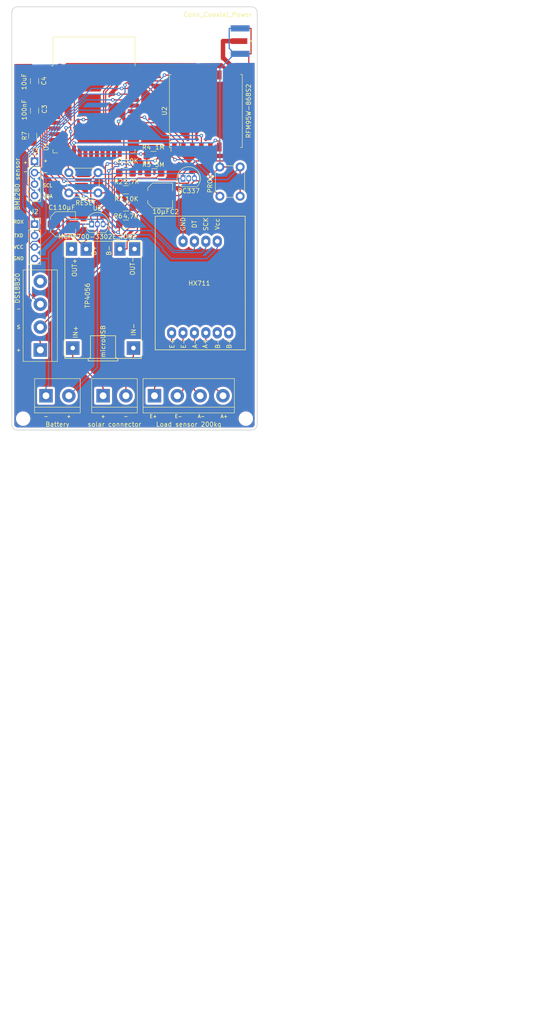
<source format=kicad_pcb>
(kicad_pcb (version 20171130) (host pcbnew "(5.1.4)-1")
  (layers (0 F.Cu signal) (31 B.Cu signal) (34 B.Paste user) (35 F.Paste user) (36 B.SilkS user) (37 F.SilkS user) (38 B.Mask user) (39 F.Mask user) (44 Edge.Cuts user))
  (net 0 "")
  (net 1 0)
  (net 2 VCC)
  (net 3 "Net-(J1-Pad1)")
  (net 4 /RXD)
  (net 5 /TXD)
  (net 6 /deepsleep)
  (net 7 /SCL)
  (net 8 /SDA)
  (net 9 /Vin+)
  (net 10 /Vin-)
  (net 11 /VBAT+)
  (net 12 /DT)
  (net 13 /SLK)
  (net 14 "Net-(Q1-Pad2)")
  (net 15 "Net-(R2-Pad1)")
  (net 16 /CheckVbat+)
  (net 17 "Net-(U1-Pad4)")
  (net 18 "Net-(U1-Pad5)")
  (net 19 "Net-(U1-Pad6)")
  (net 20 "Net-(U1-Pad7)")
  (net 21 "Net-(U1-Pad9)")
  (net 22 "Net-(U1-Pad12)")
  (net 23 "Net-(U1-Pad13)")
  (net 24 "Net-(U1-Pad16)")
  (net 25 "Net-(U1-Pad17)")
  (net 26 "Net-(U1-Pad18)")
  (net 27 "Net-(U1-Pad19)")
  (net 28 "Net-(U1-Pad20)")
  (net 29 "Net-(U1-Pad21)")
  (net 30 "Net-(U1-Pad22)")
  (net 31 "Net-(U1-Pad24)")
  (net 32 "Net-(U1-Pad26)")
  (net 33 "Net-(U1-Pad28)")
  (net 34 "Net-(U1-Pad29)")
  (net 35 "Net-(U1-Pad30)")
  (net 36 "Net-(U1-Pad31)")
  (net 37 "Net-(U1-Pad32)")
  (net 38 "Net-(U1-Pad37)")
  (net 39 "Net-(U2-Pad7)")
  (net 40 "Net-(U2-Pad11)")
  (net 41 "Net-(U2-Pad12)")
  (net 42 /DS18)
  (net 43 "Net-(U4-Pad5)")
  (net 44 "Net-(U4-Pad6)")
  (net 45 "Net-(J6-Pad4)")
  (net 46 "Net-(J6-Pad3)")
  (net 47 "Net-(J6-Pad2)")
  (net 48 "Net-(J6-Pad1)")
  (net 49 "Net-(U5-Pad10)")
  (net 50 "Net-(U5-Pad9)")
  (net 51 "Net-(R1-Pad2)")
  (net 52 /Prog)
  (net 53 "Net-(R7-Pad1)")
  (module esp32-wroom:ESP32-WROOM-32 (layer F.Cu) (at 101.2544 92.8776)
    (fp_text reference U1 (at -10.61 8.43 90) (layer F.SilkS))
    (fp_text value ESP32-WROOM-32)
    (pad 39 smd rect (at -1 -0.755) (size 5 5) (layers F.Cu F.Paste F.Mask))
    (pad 1 smd rect (at -8.75 -8.255) (size 2.5 0.9) (layers F.Cu F.Paste F.Mask) (net 1 0))
    (pad 2 smd rect (at -8.75 -6.985) (size 2.5 0.9) (layers F.Cu F.Paste F.Mask) (net 2 VCC))
    (pad 3 smd rect (at -8.75 -5.715) (size 2.5 0.9) (layers F.Cu F.Paste F.Mask) (net 51 "Net-(R1-Pad2)"))
    (pad 4 smd rect (at -8.75 -4.445) (size 2.5 0.9) (layers F.Cu F.Paste F.Mask) (net 17 "Net-(U1-Pad4)"))
    (pad 5 smd rect (at -8.75 -3.175) (size 2.5 0.9) (layers F.Cu F.Paste F.Mask) (net 18 "Net-(U1-Pad5)"))
    (pad 6 smd rect (at -8.75 -1.905) (size 2.5 0.9) (layers F.Cu F.Paste F.Mask) (net 19 "Net-(U1-Pad6)"))
    (pad 7 smd rect (at -8.75 -0.635) (size 2.5 0.9) (layers F.Cu F.Paste F.Mask) (net 20 "Net-(U1-Pad7)"))
    (pad 8 smd rect (at -8.75 0.635) (size 2.5 0.9) (layers F.Cu F.Paste F.Mask) (net 16 /CheckVbat+))
    (pad 9 smd rect (at -8.75 1.905) (size 2.5 0.9) (layers F.Cu F.Paste F.Mask) (net 21 "Net-(U1-Pad9)"))
    (pad 10 smd rect (at -8.75 3.175) (size 2.5 0.9) (layers F.Cu F.Paste F.Mask) (net 12 /DT))
    (pad 11 smd rect (at -8.75 4.445) (size 2.5 0.9) (layers F.Cu F.Paste F.Mask) (net 13 /SLK))
    (pad 12 smd rect (at -8.75 5.715) (size 2.5 0.9) (layers F.Cu F.Paste F.Mask) (net 22 "Net-(U1-Pad12)"))
    (pad 13 smd rect (at -8.75 6.985) (size 2.5 0.9) (layers F.Cu F.Paste F.Mask) (net 23 "Net-(U1-Pad13)"))
    (pad 14 smd rect (at -8.75 8.255) (size 2.5 0.9) (layers F.Cu F.Paste F.Mask) (net 53 "Net-(R7-Pad1)"))
    (pad 15 smd rect (at -5.715 9.505 90) (size 2.5 0.9) (layers F.Cu F.Paste F.Mask) (net 1 0))
    (pad 16 smd rect (at -4.445 9.505 90) (size 2.5 0.9) (layers F.Cu F.Paste F.Mask) (net 24 "Net-(U1-Pad16)"))
    (pad 17 smd rect (at -3.175 9.505 90) (size 2.5 0.9) (layers F.Cu F.Paste F.Mask) (net 25 "Net-(U1-Pad17)"))
    (pad 18 smd rect (at -1.905 9.505 90) (size 2.5 0.9) (layers F.Cu F.Paste F.Mask) (net 26 "Net-(U1-Pad18)"))
    (pad 19 smd rect (at -0.635 9.505 90) (size 2.5 0.9) (layers F.Cu F.Paste F.Mask) (net 27 "Net-(U1-Pad19)"))
    (pad 20 smd rect (at 0.635 9.505 90) (size 2.5 0.9) (layers F.Cu F.Paste F.Mask) (net 28 "Net-(U1-Pad20)"))
    (pad 21 smd rect (at 1.905 9.505 90) (size 2.5 0.9) (layers F.Cu F.Paste F.Mask) (net 29 "Net-(U1-Pad21)"))
    (pad 22 smd rect (at 3.175 9.505 90) (size 2.5 0.9) (layers F.Cu F.Paste F.Mask) (net 30 "Net-(U1-Pad22)"))
    (pad 23 smd rect (at 4.445 9.505 90) (size 2.5 0.9) (layers F.Cu F.Paste F.Mask) (net 42 /DS18))
    (pad 24 smd rect (at 5.715 9.505 90) (size 2.5 0.9) (layers F.Cu F.Paste F.Mask) (net 31 "Net-(U1-Pad24)"))
    (pad 25 smd rect (at 8.75 8.255) (size 2.5 0.9) (layers F.Cu F.Paste F.Mask) (net 52 /Prog))
    (pad 26 smd rect (at 8.75 6.985) (size 2.5 0.9) (layers F.Cu F.Paste F.Mask) (net 32 "Net-(U1-Pad26)"))
    (pad 27 smd rect (at 8.75 5.715) (size 2.5 0.9) (layers F.Cu F.Paste F.Mask) (net 15 "Net-(R2-Pad1)"))
    (pad 28 smd rect (at 8.75 4.445) (size 2.5 0.9) (layers F.Cu F.Paste F.Mask) (net 33 "Net-(U1-Pad28)"))
    (pad 29 smd rect (at 8.75 3.175) (size 2.5 0.9) (layers F.Cu F.Paste F.Mask) (net 34 "Net-(U1-Pad29)"))
    (pad 30 smd rect (at 8.75 1.905) (size 2.5 0.9) (layers F.Cu F.Paste F.Mask) (net 35 "Net-(U1-Pad30)"))
    (pad 31 smd rect (at 8.75 0.635) (size 2.5 0.9) (layers F.Cu F.Paste F.Mask) (net 36 "Net-(U1-Pad31)"))
    (pad 32 smd rect (at 8.75 -0.635) (size 2.5 0.9) (layers F.Cu F.Paste F.Mask) (net 37 "Net-(U1-Pad32)"))
    (pad 33 smd rect (at 8.75 -1.905) (size 2.5 0.9) (layers F.Cu F.Paste F.Mask) (net 8 /SDA))
    (pad 34 smd rect (at 8.75 -3.175) (size 2.5 0.9) (layers F.Cu F.Paste F.Mask) (net 5 /TXD))
    (pad 35 smd rect (at 8.75 -4.445) (size 2.5 0.9) (layers F.Cu F.Paste F.Mask) (net 4 /RXD))
    (pad 36 smd rect (at 8.75 -5.715) (size 2.5 0.9) (layers F.Cu F.Paste F.Mask) (net 7 /SCL))
    (pad 37 smd rect (at 8.75 -6.985) (size 2.5 0.9) (layers F.Cu F.Paste F.Mask) (net 38 "Net-(U1-Pad37)"))
    (pad 38 smd rect (at 8.75 -8.255) (size 2.5 0.9) (layers F.Cu F.Paste F.Mask) (net 1 0))
  )
  (module "hx711:HX711 module" (layer F.Cu) (at 124.8664 133.8072)
    (fp_text reference U5)
    (fp_text value HX711 (at -0.18796 -2.1082) (layer F.SilkS))
    (fp_text user B- (at 3.9116 11.28014 90 unlocked) (layer F.SilkS))
    (fp_text user B+ (at 6.4516 11.28014 90 unlocked) (layer F.SilkS))
    (fp_text user A+ (at 1.1176 11.28014 90 unlocked) (layer F.SilkS))
    (fp_text user A- (at -1.1684 11.28014 90 unlocked) (layer F.SilkS))
    (fp_text user E- (at -3.7084 11.28014 90 unlocked) (layer F.SilkS))
    (fp_text user E+ (at -6.2484 11.28014 90 unlocked) (layer F.SilkS))
    (fp_text user Vcc (at 3.81 -15.24 90 unlocked) (layer F.SilkS))
    (fp_text user SCK (at 1.27 -15.24 90 unlocked) (layer F.SilkS))
    (fp_text user DT (at -1.27 -15.24 90 unlocked) (layer F.SilkS))
    (fp_text user GND (at -3.81 -15.24 90 unlocked) (layer F.SilkS))
    (pad 10 thru_hole oval (at 6.35 8.89) (size 2.032 2.54) (drill 1) (layers *.Cu *.Mask) (net 49 "Net-(U5-Pad10)"))
    (pad 9 thru_hole oval (at 3.81 8.89) (size 2.032 2.54) (drill 1) (layers *.Cu *.Mask) (net 50 "Net-(U5-Pad9)"))
    (pad 8 thru_hole oval (at 1.27 8.89) (size 2.032 2.54) (drill 1) (layers *.Cu *.Mask) (net 45 "Net-(J6-Pad4)"))
    (pad 7 thru_hole oval (at -1.27 8.89) (size 2 2.54) (drill 1) (layers *.Cu *.Mask) (net 46 "Net-(J6-Pad3)"))
    (pad 6 thru_hole oval (at -3.81 8.89) (size 2 2.54) (drill 1) (layers *.Cu *.Mask) (net 47 "Net-(J6-Pad2)"))
    (pad 4 thru_hole oval (at -3.81 -11.43) (size 2.032 2.54) (drill 1) (layers *.Cu *.Mask) (net 6 /deepsleep))
    (pad 3 thru_hole oval (at -1.27 -11.43) (size 2.032 2.54) (drill 1) (layers *.Cu *.Mask) (net 12 /DT))
    (pad 2 thru_hole oval (at 1.27 -11.43) (size 2.032 2.54) (drill 1) (layers *.Cu *.Mask) (net 13 /SLK))
    (pad 1 thru_hole oval (at 3.81 -11.43) (size 2.032 2.54) (drill 1) (layers *.Cu *.Mask) (net 2 VCC))
    (pad 5 thru_hole oval (at -6.35 8.89) (size 2 2.54) (drill 1) (layers *.Cu *.Mask) (net 48 "Net-(J6-Pad1)"))
  )
  (module TP4056:4056E_LiIon_loader_SMT (layer F.Cu) (at 103.2764 135.0772 90)
    (fp_text reference U4)
    (fp_text value TP4056 (at 0.66 -3.46 90) (layer F.SilkS))
    (fp_text user IN+ (at -7.43 -6.13 90) (layer F.SilkS))
    (fp_text user IN- (at -6.9 6.76 90) (layer F.SilkS))
    (fp_text user OUT+ (at 6.87 -6.348 90) (layer F.SilkS))
    (fp_text user OUT- (at 7.19 6.556 90) (layer F.SilkS))
    (fp_text user B+ (at 10.674 -2.012 90) (layer F.SilkS))
    (fp_text user B- (at 10.674 1.29 90) (layer F.SilkS))
    (fp_text user microUSB (at -9.538 -0.014 270) (layer F.SilkS))
    (pad 4 thru_hole rect (at 11 3.75 90) (size 3 2.5) (drill 1) (layers *.Cu *.Mask) (net 1 0))
    (pad 3 thru_hole rect (at 11 -3.75 90) (size 3 2.5) (drill 1) (layers *.Cu *.Mask) (net 11 /VBAT+))
    (pad 5 thru_hole rect (at 11 -7 90) (size 3 2.5) (drill 1) (layers *.Cu *.Mask) (net 43 "Net-(U4-Pad5)"))
    (pad 6 thru_hole rect (at 11 7 90) (size 3 2.5) (drill 1) (layers *.Cu *.Mask) (net 44 "Net-(U4-Pad6)"))
    (pad 2 thru_hole rect (at -11 6.75 90) (size 3 3) (drill 1) (layers *.Cu *.Mask) (net 10 /Vin-))
    (pad 1 thru_hole rect (at -11 -6.75 90) (size 3 3) (drill 1) (layers *.Cu *.Mask) (net 9 /Vin+))
  )
  (module "" (layer F.Cu) (at 95.25 105.41)
    (fp_text reference "" (at 96.52 144.78) (layer F.SilkS) (effects (font (size 1.27 1.27))))
    (fp_text value "" (at 96.52 144.78) (layer F.SilkS) (effects (font (size 1.27 1.27))))
  )
  (module "" (layer F.Cu) (at 107.95 151.13)
    (fp_text reference "" (at 96.52 144.78) (layer F.SilkS) (effects (font (size 1.27 1.27))))
    (fp_text value "" (at 96.52 144.78) (layer F.SilkS) (effects (font (size 1.27 1.27))))
  )
  (module MountingHole:MountingHole_2.2mm_M2 (layer F.Cu) (at 85.4964 161.7472)
    (fp_text reference H1)
    (fp_text value MountingHole)
    (pad 1 np_thru_hole circle (at 0 0) (size 2.2 2.2) (drill 2.2) (layers *.Cu *.Mask))
  )
  (module Capacitor_SMD:C_Elec_5x5.4 (layer F.Cu) (at 94.3864 118.5672)
    (fp_text reference C1 (at -2.286 -3.7) (layer F.SilkS))
    (fp_text value 10µF (at 0.77724 -3.72364) (layer F.SilkS))
    (pad 1 smd roundrect (at -2.0625 0) (size 2.775 1.6) (layers F.Cu F.Paste F.Mask) (roundrect_rratio 0.15625) (net 11 /VBAT+))
    (pad 2 smd roundrect (at 2.0625 0) (size 2.775 1.6) (layers F.Cu F.Paste F.Mask) (roundrect_rratio 0.15625) (net 1 0))
  )
  (module Capacitor_SMD:C_Elec_5x5.4 (layer F.Cu) (at 115.9764 112.2172)
    (fp_text reference C2 (at 3.16484 3.6068) (layer F.SilkS))
    (fp_text value 10µF (at 0.18796 3.5306) (layer F.SilkS))
    (pad 2 smd roundrect (at 2.0625 0) (size 2.775 1.6) (layers F.Cu F.Paste F.Mask) (roundrect_rratio 0.15625) (net 1 0))
    (pad 1 smd roundrect (at -2.0625 0) (size 2.775 1.6) (layers F.Cu F.Paste F.Mask) (roundrect_rratio 0.15625) (net 2 VCC))
  )
  (module Capacitor_SMD:C_1206_3216Metric_Pad1.42x1.75mm_HandSolder (layer F.Cu) (at 88.0364 93.3847 90)
    (fp_text reference C3 (at 0.35466 2.2098 90) (layer F.SilkS))
    (fp_text value 100nF (at 0.18194 -2.28092 90) (layer F.SilkS))
    (pad 1 smd roundrect (at -1.4875 0 90) (size 1.425 1.75) (layers F.Cu F.Paste F.Mask) (roundrect_rratio 0.175439) (net 1 0))
    (pad 2 smd roundrect (at 1.4875 0 90) (size 1.425 1.75) (layers F.Cu F.Paste F.Mask) (roundrect_rratio 0.175439) (net 2 VCC))
  )
  (module Capacitor_SMD:C_1206_3216Metric_Pad1.42x1.75mm_HandSolder (layer F.Cu) (at 88.0364 86.8172 270)
    (fp_text reference C4 (at -0.06604 -2.07772 90) (layer F.SilkS))
    (fp_text value 10uF (at 0.12192 2.32664 90) (layer F.SilkS))
    (pad 2 smd roundrect (at 1.4875 0 270) (size 1.425 1.75) (layers F.Cu F.Paste F.Mask) (roundrect_rratio 0.175439) (net 2 VCC))
    (pad 1 smd roundrect (at -1.4875 0 270) (size 1.425 1.75) (layers F.Cu F.Paste F.Mask) (roundrect_rratio 0.175439) (net 1 0))
  )
  (module MountingHole:MountingHole_2.2mm_M2 (layer F.Cu) (at 135.0264 161.7472)
    (fp_text reference H2)
    (fp_text value MountingHole)
    (pad 1 np_thru_hole circle (at 0 0) (size 2.2 2.2) (drill 2.2) (layers *.Cu *.Mask))
  )
  (module MountingHole:MountingHole_2.2mm_M2 (layer F.Cu) (at 118.5164 72.8472)
    (fp_text reference H3)
    (fp_text value MountingHole)
    (pad 1 np_thru_hole circle (at 0 0) (size 2.2 2.2) (drill 2.2) (layers *.Cu *.Mask))
  )
  (module Connector_Coaxial:SMA_Samtec_SMA-J-P-H-ST-EM1_EdgeMount (layer F.Cu) (at 133.7564 77.9272 180)
    (fp_text reference J1)
    (fp_text value Conn_Coaxial_Power (at 5 5.9) (layer F.SilkS))
    (pad 2 smd rect (at 0 2.825 270) (size 1.35 4.2) (layers B.Cu B.Paste B.Mask) (net 1 0))
    (pad 2 smd rect (at 0 -2.825 270) (size 1.35 4.2) (layers B.Cu B.Paste B.Mask) (net 1 0))
    (pad 2 smd rect (at 0 2.825 270) (size 1.35 4.2) (layers F.Cu F.Paste F.Mask) (net 1 0))
    (pad 2 smd rect (at 0 -2.825 270) (size 1.35 4.2) (layers F.Cu F.Paste F.Mask) (net 1 0))
    (pad 1 smd rect (at 0.2 0 270) (size 1.27 3.6) (layers F.Cu F.Paste F.Mask) (net 3 "Net-(J1-Pad1)"))
  )
  (module Connector_PinSocket_2.54mm:PinSocket_1x04_P2.54mm_Vertical (layer F.Cu) (at 88.0364 118.5672)
    (fp_text reference J2 (at 0 -2.77) (layer F.SilkS))
    (fp_text value Prog)
    (pad 1 thru_hole rect (at 0 0) (size 1.7 1.7) (drill 1) (layers *.Cu *.Mask) (net 4 /RXD))
    (pad 2 thru_hole oval (at 0 2.54) (size 1.7 1.7) (drill 1) (layers *.Cu *.Mask) (net 5 /TXD))
    (pad 3 thru_hole oval (at 0 5.08) (size 1.7 1.7) (drill 1) (layers *.Cu *.Mask) (net 2 VCC))
    (pad 4 thru_hole oval (at 0 7.62) (size 1.7 1.7) (drill 1) (layers *.Cu *.Mask) (net 1 0))
  )
  (module Connector_PinHeader_2.54mm:PinHeader_1x04_P2.54mm_Vertical (layer F.Cu) (at 88.0364 104.5972)
    (fp_text reference J3 (at 0 -2.33) (layer F.SilkS))
    (fp_text value "BME280 sensor" (at -3.81 5.08 90) (layer F.SilkS))
    (pad 1 thru_hole rect (at 0 0) (size 1.7 1.7) (drill 1) (layers *.Cu *.Mask) (net 2 VCC))
    (pad 2 thru_hole oval (at 0 2.54) (size 1.7 1.7) (drill 1) (layers *.Cu *.Mask) (net 6 /deepsleep))
    (pad 3 thru_hole oval (at 0 5.08) (size 1.7 1.7) (drill 1) (layers *.Cu *.Mask) (net 7 /SCL))
    (pad 4 thru_hole oval (at 0 7.62) (size 1.7 1.7) (drill 1) (layers *.Cu *.Mask) (net 8 /SDA))
  )
  (module TerminalBlock:TerminalBlock_bornier-2_P5.08mm (layer F.Cu) (at 103.2764 156.6672)
    (fp_text reference J4)
    (fp_text value "solar connector" (at 2.54 6.35) (layer F.SilkS))
    (pad 2 thru_hole circle (at 5.08 0) (size 3 3) (drill 1.52) (layers *.Cu *.Mask) (net 10 /Vin-))
    (pad 1 thru_hole rect (at 0 0) (size 3 3) (drill 1.52) (layers *.Cu *.Mask) (net 9 /Vin+))
  )
  (module TerminalBlock:TerminalBlock_bornier-2_P5.08mm (layer F.Cu) (at 90.5764 156.6672)
    (fp_text reference J5)
    (fp_text value Battery (at 2.54 6.35) (layer F.SilkS))
    (pad 1 thru_hole rect (at 0 0) (size 3 3) (drill 1.52) (layers *.Cu *.Mask) (net 1 0))
    (pad 2 thru_hole circle (at 5.08 0) (size 3 3) (drill 1.52) (layers *.Cu *.Mask) (net 11 /VBAT+))
  )
  (module TerminalBlock:TerminalBlock_bornier-4_P5.08mm (layer F.Cu) (at 114.7064 156.6672)
    (fp_text reference J6)
    (fp_text value "Load sensor 200kg" (at 7.62 6.35) (layer F.SilkS))
    (pad 4 thru_hole circle (at 15.24 0) (size 3 3) (drill 1.52) (layers *.Cu *.Mask) (net 45 "Net-(J6-Pad4)"))
    (pad 1 thru_hole rect (at 0 0) (size 3 3) (drill 1.52) (layers *.Cu *.Mask) (net 48 "Net-(J6-Pad1)"))
    (pad 3 thru_hole circle (at 10.16 0) (size 3 3) (drill 1.52) (layers *.Cu *.Mask) (net 46 "Net-(J6-Pad3)"))
    (pad 2 thru_hole circle (at 5.08 0) (size 3 3) (drill 1.52) (layers *.Cu *.Mask) (net 47 "Net-(J6-Pad2)"))
  )
  (module TerminalBlock:TerminalBlock_bornier-4_P5.08mm (layer F.Cu) (at 89.3064 146.5072 90)
    (fp_text reference J7)
    (fp_text value DS18B20 (at 13.716 -5.08 90) (layer F.SilkS))
    (pad 2 thru_hole circle (at 5.08 0 90) (size 3 3) (drill 1.52) (layers *.Cu *.Mask) (net 42 /DS18))
    (pad 3 thru_hole circle (at 10.16 0 90) (size 3 3) (drill 1.52) (layers *.Cu *.Mask) (net 6 /deepsleep))
    (pad 1 thru_hole rect (at 0 0 90) (size 3 3) (drill 1.52) (layers *.Cu *.Mask) (net 2 VCC))
    (pad 4 thru_hole circle (at 15.24 0 90) (size 3 3) (drill 1.52) (layers *.Cu *.Mask))
  )
  (module Package_TO_SOT_THT:TO-92_Inline (layer F.Cu) (at 121.0564 108.4072)
    (fp_text reference Q1)
    (fp_text value BC337 (at 1.27 2.79) (layer F.SilkS))
    (pad 1 thru_hole rect (at 0 0) (size 1.05 1.5) (drill 0.75) (layers *.Cu *.Mask) (net 6 /deepsleep))
    (pad 3 thru_hole oval (at 2.54 0) (size 1.05 1.5) (drill 0.75) (layers *.Cu *.Mask) (net 1 0))
    (pad 2 thru_hole oval (at 1.27 0) (size 1.05 1.5) (drill 0.75) (layers *.Cu *.Mask) (net 14 "Net-(Q1-Pad2)"))
  )
  (module Resistor_SMD:R_1206_3216Metric_Pad1.42x1.75mm_HandSolder (layer F.Cu) (at 108.3564 107.1372)
    (fp_text reference R1 (at -1.4732 -2.6416) (layer F.SilkS))
    (fp_text value 10K (at 1.3208 -2.5908) (layer F.SilkS))
    (pad 2 smd roundrect (at 1.4875 0) (size 1.425 1.75) (layers F.Cu F.Paste F.Mask) (roundrect_rratio 0.175439) (net 51 "Net-(R1-Pad2)"))
    (pad 1 smd roundrect (at -1.4875 0) (size 1.425 1.75) (layers F.Cu F.Paste F.Mask) (roundrect_rratio 0.175439) (net 2 VCC))
  )
  (module Resistor_SMD:R_1206_3216Metric_Pad1.42x1.75mm_HandSolder (layer F.Cu) (at 108.3564 110.9472)
    (fp_text reference R2 (at -1.64084 -1.76784) (layer F.SilkS))
    (fp_text value 2,7K (at 1.28016 -1.79832) (layer F.SilkS))
    (pad 1 smd roundrect (at -1.4875 0) (size 1.425 1.75) (layers F.Cu F.Paste F.Mask) (roundrect_rratio 0.175439) (net 15 "Net-(R2-Pad1)"))
    (pad 2 smd roundrect (at 1.4875 0) (size 1.425 1.75) (layers F.Cu F.Paste F.Mask) (roundrect_rratio 0.175439) (net 14 "Net-(Q1-Pad2)"))
  )
  (module Resistor_SMD:R_1206_3216Metric_Pad1.42x1.75mm_HandSolder (layer F.Cu) (at 108.3564 114.7572)
    (fp_text reference R3 (at -1.57988 -1.82372) (layer F.SilkS))
    (fp_text value 10K (at 1.31572 -1.78816) (layer F.SilkS))
    (pad 1 smd roundrect (at -1.4875 0) (size 1.425 1.75) (layers F.Cu F.Paste F.Mask) (roundrect_rratio 0.175439) (net 15 "Net-(R2-Pad1)"))
    (pad 2 smd roundrect (at 1.4875 0) (size 1.425 1.75) (layers F.Cu F.Paste F.Mask) (roundrect_rratio 0.175439) (net 1 0))
  )
  (module Resistor_SMD:R_1206_3216Metric_Pad1.42x1.75mm_HandSolder (layer F.Cu) (at 114.4884 103.3272 180)
    (fp_text reference R4 (at 1.54476 1.81356) (layer F.SilkS))
    (fp_text value 1M (at -1.4118 1.83388) (layer F.SilkS))
    (pad 2 smd roundrect (at 1.4875 0 180) (size 1.425 1.75) (layers F.Cu F.Paste F.Mask) (roundrect_rratio 0.175439) (net 16 /CheckVbat+))
    (pad 1 smd roundrect (at -1.4875 0 180) (size 1.425 1.75) (layers F.Cu F.Paste F.Mask) (roundrect_rratio 0.175439) (net 11 /VBAT+))
  )
  (module Resistor_SMD:R_1206_3216Metric_Pad1.42x1.75mm_HandSolder (layer F.Cu) (at 114.7064 107.1372)
    (fp_text reference R5 (at -1.74244 -1.81356) (layer F.SilkS))
    (fp_text value 3M (at 1.15316 -1.76784) (layer F.SilkS))
    (pad 1 smd roundrect (at -1.4875 0) (size 1.425 1.75) (layers F.Cu F.Paste F.Mask) (roundrect_rratio 0.175439) (net 16 /CheckVbat+))
    (pad 2 smd roundrect (at 1.4875 0) (size 1.425 1.75) (layers F.Cu F.Paste F.Mask) (roundrect_rratio 0.175439) (net 1 0))
  )
  (module Resistor_SMD:R_1206_3216Metric_Pad1.42x1.75mm_HandSolder (layer F.Cu) (at 108.3564 118.5672)
    (fp_text reference R6 (at -1.74244 -1.79324) (layer F.SilkS))
    (fp_text value 4.7K (at 1.0922 -1.73736) (layer F.SilkS))
    (pad 2 smd roundrect (at 1.4875 0) (size 1.425 1.75) (layers F.Cu F.Paste F.Mask) (roundrect_rratio 0.175439) (net 42 /DS18))
    (pad 1 smd roundrect (at -1.4875 0) (size 1.425 1.75) (layers F.Cu F.Paste F.Mask) (roundrect_rratio 0.175439) (net 2 VCC))
  )
  (module Button_Switch_THT:SW_PUSH_6mm_H5mm (layer F.Cu) (at 95.6564 107.1372)
    (fp_text reference SW1)
    (fp_text value RESET (at 3.75 6.7) (layer F.SilkS))
    (pad 1 thru_hole circle (at 6.5 0 90) (size 2 2) (drill 1.1) (layers *.Cu *.Mask) (net 1 0))
    (pad 2 thru_hole circle (at 6.5 4.5 90) (size 2 2) (drill 1.1) (layers *.Cu *.Mask) (net 51 "Net-(R1-Pad2)"))
    (pad 1 thru_hole circle (at 0 0 90) (size 2 2) (drill 1.1) (layers *.Cu *.Mask) (net 1 0))
    (pad 2 thru_hole circle (at 0 4.5 90) (size 2 2) (drill 1.1) (layers *.Cu *.Mask) (net 51 "Net-(R1-Pad2)"))
  )
  (module Button_Switch_THT:SW_PUSH_6mm_H5mm (layer F.Cu) (at 133.7564 105.8672 270)
    (fp_text reference SW2)
    (fp_text value PROG (at 3.75 6.7 90) (layer F.SilkS))
    (pad 2 thru_hole circle (at 0 4.5) (size 2 2) (drill 1.1) (layers *.Cu *.Mask) (net 1 0))
    (pad 1 thru_hole circle (at 0 0) (size 2 2) (drill 1.1) (layers *.Cu *.Mask) (net 52 /Prog))
    (pad 2 thru_hole circle (at 6.5 4.5) (size 2 2) (drill 1.1) (layers *.Cu *.Mask) (net 1 0))
    (pad 1 thru_hole circle (at 6.5 0) (size 2 2) (drill 1.1) (layers *.Cu *.Mask) (net 52 /Prog))
  )
  (module RF_Module:HOPERF_RFM9XW_SMD (layer F.Cu) (at 126.1364 93.4415 90)
    (fp_text reference U2 (at 0 -9.2 90) (layer F.SilkS))
    (fp_text value RFM95W-868S2 (at 0 9.5 90) (layer F.SilkS))
    (pad 1 smd rect (at -8 -7 90) (size 2 1) (layers F.Cu F.Paste F.Mask) (net 6 /deepsleep))
    (pad 2 smd rect (at -8 -5 90) (size 2 1) (layers F.Cu F.Paste F.Mask) (net 36 "Net-(U1-Pad31)"))
    (pad 3 smd rect (at -8 -3 90) (size 2 1) (layers F.Cu F.Paste F.Mask) (net 38 "Net-(U1-Pad37)"))
    (pad 4 smd rect (at -8 -1 90) (size 2 1) (layers F.Cu F.Paste F.Mask) (net 35 "Net-(U1-Pad30)"))
    (pad 5 smd rect (at -8 1 90) (size 2 1) (layers F.Cu F.Paste F.Mask) (net 34 "Net-(U1-Pad29)"))
    (pad 6 smd rect (at -8 3 90) (size 2 1) (layers F.Cu F.Paste F.Mask) (net 24 "Net-(U1-Pad16)"))
    (pad 7 smd rect (at -8 5 90) (size 2 1) (layers F.Cu F.Paste F.Mask) (net 39 "Net-(U2-Pad7)"))
    (pad 8 smd rect (at -8 7 90) (size 2 1) (layers F.Cu F.Paste F.Mask) (net 6 /deepsleep))
    (pad 9 smd rect (at 8 7 90) (size 2 1) (layers F.Cu F.Paste F.Mask) (net 3 "Net-(J1-Pad1)"))
    (pad 10 smd rect (at 8 5 90) (size 2 1) (layers F.Cu F.Paste F.Mask) (net 6 /deepsleep))
    (pad 11 smd rect (at 8 3 90) (size 2 1) (layers F.Cu F.Paste F.Mask) (net 40 "Net-(U2-Pad11)"))
    (pad 12 smd rect (at 8 1 90) (size 2 1) (layers F.Cu F.Paste F.Mask) (net 41 "Net-(U2-Pad12)"))
    (pad 13 smd rect (at 8 -1 90) (size 2 1) (layers F.Cu F.Paste F.Mask) (net 2 VCC))
    (pad 14 smd rect (at 8 -3 90) (size 2 1) (layers F.Cu F.Paste F.Mask) (net 22 "Net-(U1-Pad12)"))
    (pad 15 smd rect (at 8 -5 90) (size 2 1) (layers F.Cu F.Paste F.Mask) (net 23 "Net-(U1-Pad13)"))
    (pad 16 smd rect (at 8 -7 90) (size 2 1) (layers F.Cu F.Paste F.Mask) (net 33 "Net-(U1-Pad28)"))
  )
  (module Package_TO_SOT_THT:TO-92_Inline (layer F.Cu) (at 100.7364 118.5672)
    (fp_text reference U3 (at 1.27 -3.56) (layer F.SilkS))
    (fp_text value MCP1700-3302E_TO92 (at 1.27 2.79) (layer F.SilkS))
    (pad 2 thru_hole oval (at 1.27 0) (size 1.05 1.5) (drill 0.75) (layers *.Cu *.Mask) (net 11 /VBAT+))
    (pad 3 thru_hole oval (at 2.54 0) (size 1.05 1.5) (drill 0.75) (layers *.Cu *.Mask) (net 2 VCC))
    (pad 1 thru_hole rect (at 0 0) (size 1.05 1.5) (drill 0.75) (layers *.Cu *.Mask) (net 1 0))
  )
  (module Resistor_SMD:R_1206_3216Metric_Pad1.42x1.75mm_HandSolder (layer F.Cu) (at 87.63 98.9584 90)
    (fp_text reference R7 (at 0 -1.82 90) (layer F.SilkS))
    (fp_text value 10K)
    (pad 1 smd roundrect (at -1.4875 0 90) (size 1.425 1.75) (layers F.Cu F.Paste F.Mask) (roundrect_rratio 0.175439) (net 53 "Net-(R7-Pad1)"))
    (pad 2 smd roundrect (at 1.4875 0 90) (size 1.425 1.75) (layers F.Cu F.Paste F.Mask) (roundrect_rratio 0.175439) (net 1 0))
  )
  (gr_text SDA (at 90.9828 112.3696) (layer F.SilkS) (effects (font (size 0.75 0.75))))
  (gr_text SCL (at 90.932 109.982) (layer F.SilkS) (effects (font (size 0.75 0.75))))
  (gr_text - (at 90.5256 107.0864) (layer F.SilkS) (effects (font (size 0.75 0.75))))
  (gr_text + (at 90.4748 104.4956) (layer F.SilkS) (effects (font (size 0.75 0.75))))
  (gr_text - (at 86.0044 106.8832) (layer F.SilkS) (effects (font (size 0.75 0.75))))
  (gr_text + (at 86.0044 104.8512) (layer F.SilkS) (effects (font (size 0.75 0.75))))
  (gr_text A+ (at 130.2004 161.2392) (layer F.SilkS) (effects (font (size 0.75 0.75))))
  (gr_text A- (at 125.1204 161.2392) (layer F.SilkS) (effects (font (size 0.75 0.75))))
  (gr_text E- (at 120.0404 161.2392) (layer F.SilkS) (effects (font (size 0.75 0.75))))
  (gr_text E+ (at 114.4524 161.2392) (layer F.SilkS) (effects (font (size 0.75 0.75))))
  (gr_text - (at 108.3564 161.2392) (layer F.SilkS) (effects (font (size 0.75 0.75))))
  (gr_text - (at 90.5764 161.2392) (layer F.SilkS) (effects (font (size 0.75 0.75))))
  (gr_text + (at 103.2764 161.2392) (layer F.SilkS) (effects (font (size 0.75 0.75))))
  (gr_text + (at 95.6564 161.2392) (layer F.SilkS) (effects (font (size 0.75 0.75))))
  (gr_text S (at 84.4804 141.4272) (layer F.SilkS) (effects (font (size 0.75 0.75))))
  (gr_text - (at 84.4804 137.3632) (layer F.SilkS) (effects (font (size 0.75 0.75))))
  (gr_text + (at 84.4804 146.5072) (layer F.SilkS) (effects (font (size 0.75 0.75))))
  (gr_text GND (at 84.4804 126.1872) (layer F.SilkS) (effects (font (size 0.75 0.75))))
  (gr_text VCC (at 84.4804 123.6472) (layer F.SilkS) (effects (font (size 0.75 0.75))))
  (gr_text TXD (at 84.4804 121.1072) (layer F.SilkS) (effects (font (size 0.75 0.75))))
  (gr_text RDX (at 84.4804 118.0592) (layer F.SilkS) (effects (font (size 0.75 0.75))))
  (gr_arc (start 136.2964 163.0172) (end 136.2964 164.2872) (angle -90) (layer Edge.Cuts) (width 0.15))
  (gr_arc (start 84.2264 163.0172) (end 82.9564 163.0172) (angle -90) (layer Edge.Cuts) (width 0.15))
  (gr_arc (start 84.2264 71.5772) (end 84.2264 70.3072) (angle -90) (layer Edge.Cuts) (width 0.15))
  (gr_arc (start 136.2964 71.5772) (end 137.5664 71.5772) (angle -90) (layer Edge.Cuts) (width 0.15))
  (gr_line (start 137.5664 74.1172) (end 137.5664 71.5772) (layer Edge.Cuts) (width 0.15))
  (gr_line (start 84.2264 70.3072) (end 136.2964 70.3072) (layer Edge.Cuts) (width 0.15))
  (gr_line (start 82.9564 163.0172) (end 82.9564 71.5772) (layer Edge.Cuts) (width 0.15))
  (gr_line (start 136.2964 164.2872) (end 84.2264 164.2872) (layer Edge.Cuts) (width 0.15))
  (gr_line (start 137.5664 74.1172) (end 137.5664 163.0172) (layer Edge.Cuts) (width 0.15))
  (segment (start 110.9036 115.8169) (end 109.8439 114.7572) (width 0.25) (layer F.Cu) (net 1))
  (segment (start 108.6017 124.0772) (end 108.6017 122.5019) (width 0.25) (layer F.Cu) (net 1))
  (segment (start 108.6017 122.5019) (end 110.9036 120.2) (width 0.25) (layer F.Cu) (net 1))
  (segment (start 110.9036 120.2) (end 110.9036 115.8169) (width 0.25) (layer F.Cu) (net 1))
  (segment (start 116.4707 112.1617) (end 112.8155 115.8169) (width 0.25) (layer F.Cu) (net 1))
  (segment (start 112.8155 115.8169) (end 110.9036 115.8169) (width 0.25) (layer F.Cu) (net 1))
  (segment (start 116.4707 112.1617) (end 116.5262 112.2172) (width 0.25) (layer F.Cu) (net 1))
  (segment (start 116.5262 112.2172) (end 118.0389 112.2172) (width 0.25) (layer F.Cu) (net 1))
  (segment (start 107.0264 124.0772) (end 108.6017 124.0772) (width 0.25) (layer F.Cu) (net 1))
  (segment (start 118.0389 112.2172) (end 120.324 112.2172) (width 0.25) (layer F.Cu) (net 1))
  (segment (start 120.324 112.2172) (end 123.5964 108.9448) (width 0.25) (layer F.Cu) (net 1))
  (segment (start 129.2564 105.8672) (end 129.2564 84.0396) (width 0.25) (layer B.Cu) (net 1))
  (segment (start 129.2564 84.0396) (end 132.5438 80.7522) (width 0.25) (layer B.Cu) (net 1))
  (segment (start 123.5964 108.4072) (end 123.5964 107.3319) (width 0.25) (layer B.Cu) (net 1))
  (segment (start 123.5964 107.3319) (end 105.2515 107.3319) (width 0.25) (layer B.Cu) (net 1))
  (segment (start 105.2515 107.3319) (end 105.0776 107.5058) (width 0.25) (layer B.Cu) (net 1))
  (segment (start 105.0776 107.5058) (end 102.525 107.5058) (width 0.25) (layer B.Cu) (net 1))
  (segment (start 102.525 107.5058) (end 102.1564 107.1372) (width 0.25) (layer B.Cu) (net 1))
  (segment (start 126.1788 108.9448) (end 129.2564 105.8672) (width 0.25) (layer F.Cu) (net 1))
  (segment (start 123.5964 108.9448) (end 126.1788 108.9448) (width 0.25) (layer F.Cu) (net 1))
  (segment (start 129.2564 112.3672) (end 126.1788 109.2896) (width 0.25) (layer F.Cu) (net 1))
  (segment (start 126.1788 109.2896) (end 126.1788 108.9448) (width 0.25) (layer F.Cu) (net 1))
  (segment (start 95.5394 102.1326) (end 95.5394 100.7631) (width 0.25) (layer F.Cu) (net 1))
  (segment (start 95.5394 100.7631) (end 100.4124 95.8901) (width 0.25) (layer F.Cu) (net 1))
  (segment (start 100.4124 95.8901) (end 102.6587 95.8901) (width 0.25) (layer F.Cu) (net 1))
  (segment (start 102.6587 95.8901) (end 103.8487 94.7001) (width 0.25) (layer F.Cu) (net 1))
  (segment (start 103.8487 94.7001) (end 103.8487 89.203) (width 0.25) (layer F.Cu) (net 1))
  (segment (start 103.8487 89.203) (end 108.4291 84.6226) (width 0.25) (layer F.Cu) (net 1))
  (segment (start 123.5964 108.4072) (end 123.5964 108.9448) (width 0.25) (layer F.Cu) (net 1))
  (segment (start 89.3086 85.4007) (end 89.3086 93.6) (width 0.25) (layer F.Cu) (net 1))
  (segment (start 89.3086 93.6) (end 88.0364 94.8722) (width 0.25) (layer F.Cu) (net 1))
  (segment (start 88.0364 85.3297) (end 89.2376 85.3297) (width 0.25) (layer F.Cu) (net 1))
  (segment (start 89.2376 85.3297) (end 89.3086 85.4007) (width 0.25) (layer F.Cu) (net 1))
  (segment (start 89.3086 85.4007) (end 90.0867 84.6226) (width 0.25) (layer F.Cu) (net 1))
  (segment (start 90.0867 84.6226) (end 92.7544 84.6226) (width 0.25) (layer F.Cu) (net 1))
  (segment (start 99.8861 118.5672) (end 96.4489 118.5672) (width 0.25) (layer F.Cu) (net 1))
  (segment (start 133.7564 75.1022) (end 131.3311 75.1022) (width 0.25) (layer B.Cu) (net 1))
  (segment (start 132.5438 80.7522) (end 131.3311 79.5395) (width 0.25) (layer B.Cu) (net 1))
  (segment (start 131.3311 79.5395) (end 131.3311 75.1022) (width 0.25) (layer B.Cu) (net 1))
  (segment (start 133.7564 80.7522) (end 132.5438 80.7522) (width 0.25) (layer B.Cu) (net 1))
  (segment (start 135.6818 80.7522) (end 136.1817 80.7522) (width 0.25) (layer F.Cu) (net 1))
  (segment (start 133.7564 80.7522) (end 135.6818 80.7522) (width 0.25) (layer F.Cu) (net 1))
  (segment (start 129.2564 105.8672) (end 130.7352 105.8672) (width 0.25) (layer F.Cu) (net 1))
  (segment (start 130.7352 105.8672) (end 135.6818 100.9206) (width 0.25) (layer F.Cu) (net 1))
  (segment (start 135.6818 100.9206) (end 135.6818 80.7522) (width 0.25) (layer F.Cu) (net 1))
  (segment (start 100.5369 108.7567) (end 97.2759 108.7567) (width 0.25) (layer F.Cu) (net 1))
  (segment (start 97.2759 108.7567) (end 95.6564 107.1372) (width 0.25) (layer F.Cu) (net 1))
  (segment (start 102.1564 107.1372) (end 100.5369 108.7567) (width 0.25) (layer F.Cu) (net 1))
  (segment (start 100.5369 108.7567) (end 100.5369 117.2924) (width 0.25) (layer F.Cu) (net 1))
  (segment (start 100.5369 117.2924) (end 100.7364 117.4919) (width 0.25) (layer F.Cu) (net 1))
  (segment (start 100.7364 118.5672) (end 100.7364 117.4919) (width 0.25) (layer F.Cu) (net 1))
  (segment (start 133.7564 75.1022) (end 136.1817 75.1022) (width 0.25) (layer F.Cu) (net 1))
  (segment (start 136.1817 75.1022) (end 136.1817 80.7522) (width 0.25) (layer F.Cu) (net 1))
  (segment (start 109.7544 84.6226) (end 108.4291 84.6226) (width 0.25) (layer F.Cu) (net 1))
  (segment (start 95.6564 107.1372) (end 95.5394 107.0202) (width 0.25) (layer F.Cu) (net 1))
  (segment (start 95.5394 107.0202) (end 95.5394 102.1326) (width 0.25) (layer F.Cu) (net 1))
  (segment (start 98.7596 118.5672) (end 100.7364 118.5672) (width 0.25) (layer B.Cu) (net 1))
  (segment (start 89.2117 126.1872) (end 91.1396 126.1872) (width 0.25) (layer B.Cu) (net 1))
  (segment (start 91.1396 126.1872) (end 91.1396 154.2787) (width 0.25) (layer B.Cu) (net 1))
  (segment (start 91.1396 154.2787) (end 90.5764 154.8419) (width 0.25) (layer B.Cu) (net 1))
  (segment (start 90.5764 156.6672) (end 90.5764 154.8419) (width 0.25) (layer B.Cu) (net 1))
  (segment (start 100.7364 118.5672) (end 99.8861 118.5672) (width 0.25) (layer F.Cu) (net 1))
  (segment (start 88.0364 126.1872) (end 89.2117 126.1872) (width 0.25) (layer B.Cu) (net 1))
  (segment (start 91.1396 126.1872) (end 91.1396 124.7604) (width 0.25) (layer B.Cu) (net 1))
  (segment (start 91.1396 124.7604) (end 94.6912 121.2088) (width 0.25) (layer B.Cu) (net 1))
  (segment (start 94.6912 121.2088) (end 97.6376 121.2088) (width 0.25) (layer B.Cu) (net 1))
  (segment (start 98.7596 120.0868) (end 98.7596 118.5672) (width 0.25) (layer B.Cu) (net 1))
  (segment (start 97.6376 121.2088) (end 98.7596 120.0868) (width 0.25) (layer B.Cu) (net 1))
  (segment (start 89.7636 111.8819) (end 90.18525 112.30355) (width 0.25) (layer F.Cu) (net 1))
  (segment (start 90.0546 112.1729) (end 90.18525 112.30355) (width 0.25) (layer F.Cu) (net 1))
  (segment (start 90.18525 112.30355) (end 96.4489 118.5672) (width 0.25) (layer F.Cu) (net 1))
  (segment (start 88.807747 95.643547) (end 88.807747 95.665747) (width 0.25) (layer F.Cu) (net 1))
  (segment (start 88.0364 94.8722) (end 88.807747 95.643547) (width 0.25) (layer F.Cu) (net 1))
  (segment (start 89.408 96.3676) (end 89.408 111.6279) (width 0.25) (layer F.Cu) (net 1))
  (segment (start 89.5096 111.6279) (end 90.0546 112.1729) (width 0.25) (layer F.Cu) (net 1))
  (segment (start 89.408 111.6279) (end 89.5096 111.6279) (width 0.25) (layer F.Cu) (net 1))
  (segment (start 88.807747 95.767347) (end 89.408 96.3676) (width 0.25) (layer F.Cu) (net 1))
  (segment (start 88.807747 95.643547) (end 88.807747 95.767347) (width 0.25) (layer F.Cu) (net 1))
  (segment (start 114.9925 108.3386) (end 116.1939 107.1372) (width 0.25) (layer F.Cu) (net 1))
  (segment (start 111.0453 108.3386) (end 114.9925 108.3386) (width 0.25) (layer F.Cu) (net 1))
  (segment (start 110.3671 109.0168) (end 111.0453 108.3386) (width 0.25) (layer F.Cu) (net 1))
  (segment (start 109.5248 109.0168) (end 110.3671 109.0168) (width 0.25) (layer F.Cu) (net 1))
  (segment (start 108.7487 109.7929) (end 109.5248 109.0168) (width 0.25) (layer F.Cu) (net 1))
  (segment (start 115.3998 111.0908) (end 111.6092 111.0908) (width 0.25) (layer F.Cu) (net 1))
  (segment (start 111.6092 111.0908) (end 110.5438 112.1562) (width 0.25) (layer F.Cu) (net 1))
  (segment (start 116.4707 112.1617) (end 115.3998 111.0908) (width 0.25) (layer F.Cu) (net 1))
  (segment (start 110.5438 112.1562) (end 109.1005 112.1562) (width 0.25) (layer F.Cu) (net 1))
  (segment (start 109.1005 112.1562) (end 108.7487 111.8044) (width 0.25) (layer F.Cu) (net 1))
  (segment (start 108.7487 111.8044) (end 108.7487 109.7929) (width 0.25) (layer F.Cu) (net 1))
  (segment (start 106.8689 115.9586) (end 106.1675 115.9586) (width 0.25) (layer F.Cu) (net 2))
  (segment (start 106.1675 115.9586) (end 105.7917 115.5828) (width 0.25) (layer F.Cu) (net 2))
  (segment (start 105.7917 115.5828) (end 105.7917 108.2144) (width 0.25) (layer F.Cu) (net 2))
  (segment (start 105.7917 108.2144) (end 106.8689 107.1372) (width 0.25) (layer F.Cu) (net 2))
  (segment (start 106.8689 115.9586) (end 107.616 115.9586) (width 0.25) (layer F.Cu) (net 2))
  (segment (start 107.616 115.9586) (end 108.197 115.3776) (width 0.25) (layer F.Cu) (net 2))
  (segment (start 108.197 115.3776) (end 108.197 114.5027) (width 0.25) (layer F.Cu) (net 2))
  (segment (start 108.197 114.5027) (end 109.5252 113.1745) (width 0.25) (layer F.Cu) (net 2))
  (segment (start 109.5252 113.1745) (end 112.9566 113.1745) (width 0.25) (layer F.Cu) (net 2))
  (segment (start 112.9566 113.1745) (end 113.9139 112.2172) (width 0.25) (layer F.Cu) (net 2))
  (segment (start 106.8689 118.5672) (end 106.8689 115.9586) (width 0.25) (layer F.Cu) (net 2))
  (segment (start 106.5873 120.3658) (end 106.8689 120.0842) (width 0.25) (layer F.Cu) (net 2))
  (segment (start 106.8689 120.0842) (end 106.8689 118.5672) (width 0.25) (layer F.Cu) (net 2))
  (segment (start 86.8611 123.6472) (end 86.8611 106.5804) (width 0.25) (layer F.Cu) (net 2))
  (segment (start 86.8611 106.5804) (end 87.669 105.7725) (width 0.25) (layer F.Cu) (net 2))
  (segment (start 87.669 105.7725) (end 88.0364 105.7725) (width 0.25) (layer F.Cu) (net 2))
  (segment (start 89.3064 144.6819) (end 86.8611 142.2366) (width 0.25) (layer F.Cu) (net 2))
  (segment (start 86.8611 142.2366) (end 86.8611 123.6472) (width 0.25) (layer F.Cu) (net 2))
  (segment (start 88.0364 123.6472) (end 86.8611 123.6472) (width 0.25) (layer F.Cu) (net 2))
  (segment (start 88.0364 104.5972) (end 88.0364 105.7725) (width 0.25) (layer F.Cu) (net 2))
  (segment (start 89.3064 146.5072) (end 89.3064 144.6819) (width 0.25) (layer F.Cu) (net 2))
  (segment (start 88.0364 91.8972) (end 86.7765 93.1571) (width 0.25) (layer F.Cu) (net 2))
  (segment (start 88.0364 88.3047) (end 88.0364 91.8972) (width 0.25) (layer F.Cu) (net 2))
  (segment (start 88.0364 104.5972) (end 88.0364 103.4219) (width 0.25) (layer F.Cu) (net 2))
  (segment (start 92.7544 85.8926) (end 94.0797 85.8926) (width 0.25) (layer F.Cu) (net 2))
  (segment (start 94.0798 84.0129) (end 94.0798 85.8925) (width 0.25) (layer F.Cu) (net 2))
  (segment (start 94.0798 85.8925) (end 94.0797 85.8926) (width 0.25) (layer F.Cu) (net 2))
  (segment (start 88.0364 88.3047) (end 86.8142 87.0825) (width 0.25) (layer F.Cu) (net 2))
  (segment (start 86.8142 87.0825) (end 86.8142 84.6389) (width 0.25) (layer F.Cu) (net 2))
  (segment (start 86.8142 84.6389) (end 87.6059 83.8472) (width 0.25) (layer F.Cu) (net 2))
  (segment (start 87.6059 83.8472) (end 93.9141 83.8472) (width 0.25) (layer F.Cu) (net 2))
  (segment (start 93.9141 83.8472) (end 94.0798 84.0129) (width 0.25) (layer F.Cu) (net 2))
  (segment (start 94.0798 84.0129) (end 95.1754 82.9173) (width 0.25) (layer F.Cu) (net 2))
  (segment (start 95.1754 82.9173) (end 123.9375 82.9173) (width 0.25) (layer F.Cu) (net 2))
  (segment (start 123.9375 82.9173) (end 125.1364 84.1162) (width 0.25) (layer F.Cu) (net 2))
  (segment (start 125.1364 85.4415) (end 125.1364 84.1162) (width 0.25) (layer F.Cu) (net 2))
  (segment (start 106.5873 120.3658) (end 105.9253 120.3658) (width 0.25) (layer B.Cu) (net 2))
  (segment (start 105.9253 120.3658) (end 104.1267 118.5672) (width 0.25) (layer B.Cu) (net 2))
  (segment (start 103.2764 118.5672) (end 104.1267 118.5672) (width 0.25) (layer B.Cu) (net 2))
  (segment (start 103.2764 118.5672) (end 103.2764 117.4919) (width 0.25) (layer B.Cu) (net 2))
  (segment (start 88.0364 123.6472) (end 89.2117 123.6472) (width 0.25) (layer B.Cu) (net 2))
  (segment (start 89.2117 123.6472) (end 95.367 117.4919) (width 0.25) (layer B.Cu) (net 2))
  (segment (start 95.367 117.4919) (end 103.2764 117.4919) (width 0.25) (layer B.Cu) (net 2))
  (via (at 106.5873 120.3658) (size 0.8) (layers F.Cu B.Cu) (net 2))
  (segment (start 107.1255 120.904) (end 106.5873 120.3658) (width 0.25) (layer B.Cu) (net 2))
  (segment (start 128.6764 123.8972) (end 126.3356 126.238) (width 0.25) (layer B.Cu) (net 2))
  (segment (start 128.6764 122.3772) (end 128.6764 123.8972) (width 0.25) (layer B.Cu) (net 2))
  (segment (start 126.3356 126.238) (end 118.5164 126.238) (width 0.25) (layer B.Cu) (net 2))
  (segment (start 118.5164 126.238) (end 116.5352 124.2568) (width 0.25) (layer B.Cu) (net 2))
  (segment (start 113.538 120.904) (end 107.1255 120.904) (width 0.25) (layer B.Cu) (net 2))
  (segment (start 116.5352 124.2568) (end 116.5352 123.9012) (width 0.25) (layer B.Cu) (net 2))
  (segment (start 116.5352 123.9012) (end 113.538 120.904) (width 0.25) (layer B.Cu) (net 2))
  (segment (start 86.7765 93.1571) (end 84.8969 93.1571) (width 0.25) (layer F.Cu) (net 2))
  (segment (start 84.8969 93.1571) (end 84.582 93.472) (width 0.25) (layer F.Cu) (net 2))
  (segment (start 84.582 99.9675) (end 86.89685 102.28235) (width 0.25) (layer F.Cu) (net 2))
  (segment (start 84.582 93.472) (end 84.582 99.9675) (width 0.25) (layer F.Cu) (net 2))
  (segment (start 86.7765 102.162) (end 86.89685 102.28235) (width 0.25) (layer F.Cu) (net 2))
  (segment (start 86.89685 102.28235) (end 88.0364 103.4219) (width 0.25) (layer F.Cu) (net 2))
  (segment (start 133.5564 77.9272) (end 131.4311 77.9272) (width 0.25) (layer F.Cu) (net 3))
  (segment (start 133.1364 85.4415) (end 133.1364 84.1162) (width 0.25) (layer F.Cu) (net 3))
  (segment (start 131.331 78.0273) (end 131.4311 77.9272) (width 0.25) (layer F.Cu) (net 3))
  (segment (start 133.2974 84.1162) (end 132.4864 84.1162) (width 1) (layer F.Cu) (net 3))
  (segment (start 132.4864 84.1162) (end 130.1074 81.7372) (width 1) (layer F.Cu) (net 3))
  (segment (start 129.9464 81.7372) (end 129.9464 77.9272) (width 1) (layer F.Cu) (net 3))
  (segment (start 129.9464 77.9272) (end 131.2164 77.9272) (width 1) (layer F.Cu) (net 3))
  (segment (start 131.2164 77.9272) (end 133.5564 77.9272) (width 1) (layer F.Cu) (net 3))
  (segment (start 109.7544 88.4326) (end 107.4121 88.4326) (width 0.25) (layer F.Cu) (net 4))
  (segment (start 88.0364 117.3919) (end 85.4594 114.8149) (width 0.25) (layer B.Cu) (net 4))
  (segment (start 85.4594 114.8149) (end 85.4594 103.6788) (width 0.25) (layer B.Cu) (net 4))
  (segment (start 85.4594 103.6788) (end 100.7056 88.4326) (width 0.25) (layer B.Cu) (net 4))
  (segment (start 100.7056 88.4326) (end 107.4121 88.4326) (width 0.25) (layer B.Cu) (net 4))
  (segment (start 88.0364 118.5672) (end 88.0364 117.3919) (width 0.25) (layer B.Cu) (net 4))
  (via (at 107.4121 88.4326) (size 0.8) (layers F.Cu B.Cu) (net 4))
  (segment (start 88.0364 119.9319) (end 88.8444 119.9319) (width 0.25) (layer B.Cu) (net 5))
  (segment (start 88.8444 119.9319) (end 89.2118 119.5645) (width 0.25) (layer B.Cu) (net 5))
  (segment (start 89.2118 119.5645) (end 89.2118 115.2364) (width 0.25) (layer B.Cu) (net 5))
  (segment (start 89.2118 115.2364) (end 85.9098 111.9344) (width 0.25) (layer B.Cu) (net 5))
  (segment (start 85.9098 111.9344) (end 85.9098 103.8653) (width 0.25) (layer B.Cu) (net 5))
  (segment (start 85.9098 103.8653) (end 100.0725 89.7026) (width 0.25) (layer B.Cu) (net 5))
  (segment (start 100.0725 89.7026) (end 106.7384 89.7026) (width 0.25) (layer B.Cu) (net 5))
  (segment (start 88.0364 121.1072) (end 88.0364 119.9319) (width 0.25) (layer B.Cu) (net 5))
  (segment (start 109.7544 89.7026) (end 106.7384 89.7026) (width 0.25) (layer F.Cu) (net 5))
  (via (at 106.7384 89.7026) (size 0.8) (layers F.Cu B.Cu) (net 5))
  (segment (start 120.1214 108.4919) (end 95.0639 108.4919) (width 0.25) (layer B.Cu) (net 6))
  (segment (start 95.0639 108.4919) (end 94.8793 108.3073) (width 0.25) (layer B.Cu) (net 6))
  (segment (start 94.8793 108.3073) (end 90.751 108.3073) (width 0.25) (layer B.Cu) (net 6))
  (segment (start 90.751 108.3073) (end 90.5664 108.4919) (width 0.25) (layer B.Cu) (net 6))
  (segment (start 133.1364 101.4415) (end 133.1364 100.1162) (width 0.25) (layer F.Cu) (net 6))
  (segment (start 131.1364 85.4415) (end 131.1364 98.1162) (width 0.25) (layer F.Cu) (net 6))
  (segment (start 131.1364 98.1162) (end 133.1364 100.1162) (width 0.25) (layer F.Cu) (net 6))
  (segment (start 133.1364 101.4415) (end 133.1364 102.7668) (width 0.25) (layer F.Cu) (net 6))
  (segment (start 122.379 106.0093) (end 123.8465 104.5418) (width 0.25) (layer F.Cu) (net 6))
  (segment (start 123.8465 104.5418) (end 130.0361 104.5418) (width 0.25) (layer F.Cu) (net 6))
  (segment (start 130.0361 104.5418) (end 131.8111 102.7668) (width 0.25) (layer F.Cu) (net 6))
  (segment (start 131.8111 102.7668) (end 133.1364 102.7668) (width 0.25) (layer F.Cu) (net 6))
  (segment (start 121.0564 107.3319) (end 122.379 106.0093) (width 0.25) (layer F.Cu) (net 6))
  (segment (start 122.379 106.0093) (end 119.1364 102.7668) (width 0.25) (layer F.Cu) (net 6))
  (segment (start 121.0564 108.4072) (end 121.0564 107.3319) (width 0.25) (layer F.Cu) (net 6))
  (segment (start 119.1364 101.4415) (end 119.1364 102.7668) (width 0.25) (layer F.Cu) (net 6))
  (segment (start 121.0564 121.3072) (end 121.0564 119.7119) (width 0.25) (layer B.Cu) (net 6))
  (segment (start 120.2061 108.4072) (end 120.1214 108.4919) (width 0.25) (layer B.Cu) (net 6))
  (segment (start 121.0564 119.7119) (end 120.1214 118.7769) (width 0.25) (layer B.Cu) (net 6))
  (segment (start 120.1214 118.7769) (end 120.1214 108.4919) (width 0.25) (layer B.Cu) (net 6))
  (segment (start 121.0564 108.4072) (end 120.2061 108.4072) (width 0.25) (layer B.Cu) (net 6))
  (segment (start 90.5664 108.4919) (end 89.2117 107.1372) (width 0.25) (layer B.Cu) (net 6))
  (segment (start 89.3064 136.3472) (end 86.8284 133.8692) (width 0.25) (layer B.Cu) (net 6))
  (segment (start 86.8284 133.8692) (end 86.8284 123.1725) (width 0.25) (layer B.Cu) (net 6))
  (segment (start 86.8284 123.1725) (end 87.6237 122.3772) (width 0.25) (layer B.Cu) (net 6))
  (segment (start 87.6237 122.3772) (end 88.5299 122.3772) (width 0.25) (layer B.Cu) (net 6))
  (segment (start 88.5299 122.3772) (end 90.5664 120.3407) (width 0.25) (layer B.Cu) (net 6))
  (segment (start 90.5664 120.3407) (end 90.5664 108.4919) (width 0.25) (layer B.Cu) (net 6))
  (segment (start 88.0364 107.1372) (end 89.2117 107.1372) (width 0.25) (layer B.Cu) (net 6))
  (segment (start 108.4291 87.1626) (end 108.1524 87.4393) (width 0.25) (layer F.Cu) (net 7))
  (segment (start 108.1524 87.4393) (end 108.1524 87.6946) (width 0.25) (layer F.Cu) (net 7))
  (segment (start 109.7544 87.1626) (end 108.4291 87.1626) (width 0.25) (layer F.Cu) (net 7))
  (via (at 108.1524 87.6946) (size 0.8) (layers F.Cu B.Cu) (net 7))
  (segment (start 87.6974 105.7725) (end 86.8611 106.6088) (width 0.25) (layer B.Cu) (net 7))
  (segment (start 88.0364 108.5019) (end 88.0364 109.6772) (width 0.25) (layer B.Cu) (net 7))
  (segment (start 89.0212 105.7725) (end 87.6974 105.7725) (width 0.25) (layer B.Cu) (net 7))
  (segment (start 108.1524 89.3414) (end 104.225 93.2688) (width 0.25) (layer B.Cu) (net 7))
  (segment (start 108.1524 87.6946) (end 108.1524 89.3414) (width 0.25) (layer B.Cu) (net 7))
  (segment (start 104.225 93.2688) (end 97.78101 93.2688) (width 0.25) (layer B.Cu) (net 7))
  (segment (start 86.8611 106.6088) (end 86.8611 107.6857) (width 0.25) (layer B.Cu) (net 7))
  (segment (start 97.78101 93.2688) (end 89.2117 101.83811) (width 0.25) (layer B.Cu) (net 7))
  (segment (start 87.6773 108.5019) (end 88.0364 108.5019) (width 0.25) (layer B.Cu) (net 7))
  (segment (start 89.2117 101.83811) (end 89.2117 105.582) (width 0.25) (layer B.Cu) (net 7))
  (segment (start 86.8611 107.6857) (end 87.6773 108.5019) (width 0.25) (layer B.Cu) (net 7))
  (segment (start 89.2117 105.582) (end 89.0212 105.7725) (width 0.25) (layer B.Cu) (net 7))
  (segment (start 88.0364 112.2172) (end 88.0364 111.0419) (width 0.25) (layer B.Cu) (net 8))
  (segment (start 109.7544 90.9726) (end 105.4358 90.9726) (width 0.25) (layer F.Cu) (net 8))
  (segment (start 88.0364 111.0419) (end 87.6691 111.0419) (width 0.25) (layer B.Cu) (net 8))
  (segment (start 87.6691 111.0419) (end 86.3602 109.733) (width 0.25) (layer B.Cu) (net 8))
  (segment (start 86.3602 109.733) (end 86.3602 104.0532) (width 0.25) (layer B.Cu) (net 8))
  (segment (start 86.3602 104.0532) (end 99.4408 90.9726) (width 0.25) (layer B.Cu) (net 8))
  (segment (start 99.4408 90.9726) (end 105.4358 90.9726) (width 0.25) (layer B.Cu) (net 8))
  (via (at 105.4358 90.9726) (size 0.8) (layers F.Cu B.Cu) (net 8))
  (segment (start 103.2764 156.6672) (end 103.2764 154.8419) (width 0.25) (layer F.Cu) (net 9))
  (segment (start 96.5264 146.0772) (end 96.5264 148.0919) (width 0.25) (layer F.Cu) (net 9))
  (segment (start 96.5264 148.0919) (end 103.2764 154.8419) (width 0.25) (layer F.Cu) (net 9))
  (segment (start 108.3564 149.5725) (end 108.3564 156.6672) (width 0.25) (layer F.Cu) (net 10))
  (segment (start 110.0264 147.9025) (end 110.0264 146.0772) (width 0.25) (layer F.Cu) (net 10))
  (segment (start 108.3564 149.5725) (end 110.0264 147.9025) (width 0.25) (layer F.Cu) (net 10))
  (segment (start 104.5237 106.7388) (end 104.5237 113.3622) (width 0.25) (layer F.Cu) (net 11))
  (segment (start 104.5237 113.3622) (end 102.0064 115.8795) (width 0.25) (layer F.Cu) (net 11))
  (segment (start 102.0064 115.8795) (end 102.0064 118.5672) (width 0.25) (layer F.Cu) (net 11))
  (segment (start 102.0064 118.5672) (end 102.0064 150.3172) (width 0.25) (layer B.Cu) (net 11))
  (segment (start 102.0064 150.3172) (end 95.6564 156.6672) (width 0.25) (layer B.Cu) (net 11))
  (segment (start 99.5264 124.0772) (end 99.5405 124.0772) (width 0.25) (layer F.Cu) (net 11))
  (segment (start 98.5561 123.0928) (end 96.3325 120.8692) (width 0.25) (layer F.Cu) (net 11))
  (segment (start 96.3325 120.8692) (end 94.6259 120.8692) (width 0.25) (layer F.Cu) (net 11))
  (segment (start 94.6259 120.8692) (end 92.3239 118.5672) (width 0.25) (layer F.Cu) (net 11))
  (segment (start 99.5405 124.0772) (end 98.5561 123.0928) (width 0.25) (layer F.Cu) (net 11))
  (segment (start 98.5561 123.0928) (end 102.0064 119.6425) (width 0.25) (layer F.Cu) (net 11))
  (segment (start 102.0064 118.5672) (end 102.0064 119.6425) (width 0.25) (layer F.Cu) (net 11))
  (segment (start 114.814 104.4891) (end 115.9759 103.3272) (width 0.25) (layer F.Cu) (net 11))
  (via (at 114.814 104.4891) (size 0.8) (layers F.Cu B.Cu) (net 11))
  (via (at 104.5237 106.7388) (size 0.8) (layers F.Cu B.Cu) (net 11))
  (segment (start 106.7734 104.4891) (end 114.814 104.4891) (width 0.25) (layer B.Cu) (net 11))
  (segment (start 106.7734 105.723) (end 106.7734 104.4891) (width 0.25) (layer B.Cu) (net 11))
  (segment (start 104.923699 106.338801) (end 105.598799 106.338801) (width 0.25) (layer B.Cu) (net 11))
  (segment (start 104.5237 106.7388) (end 104.923699 106.338801) (width 0.25) (layer B.Cu) (net 11))
  (segment (start 105.598799 106.338801) (end 105.664 106.2736) (width 0.25) (layer B.Cu) (net 11))
  (segment (start 106.7308 105.7656) (end 106.7734 105.723) (width 0.25) (layer B.Cu) (net 11))
  (segment (start 105.664 106.2736) (end 105.664 105.918) (width 0.25) (layer B.Cu) (net 11))
  (segment (start 105.664 105.918) (end 105.8164 105.7656) (width 0.25) (layer B.Cu) (net 11))
  (segment (start 105.8164 105.7656) (end 106.7308 105.7656) (width 0.25) (layer B.Cu) (net 11))
  (segment (start 92.7544 96.0526) (end 91.4291 96.0526) (width 0.25) (layer F.Cu) (net 12))
  (via (at 94.5788 109.0326) (size 0.8) (layers F.Cu B.Cu) (net 12))
  (segment (start 124.06149 123.38269) (end 124.0612 123.3824) (width 0.25) (layer B.Cu) (net 12))
  (segment (start 123.5964 124.0536) (end 123.5964 122.3772) (width 0.25) (layer B.Cu) (net 12))
  (segment (start 123.2408 124.4092) (end 123.5964 124.0536) (width 0.25) (layer B.Cu) (net 12))
  (segment (start 121.8184 124.4092) (end 123.2408 124.4092) (width 0.25) (layer B.Cu) (net 12))
  (segment (start 94.5788 109.0326) (end 103.6625 109.0326) (width 0.25) (layer B.Cu) (net 12))
  (segment (start 117.72549 123.09559) (end 117.737601 123.095591) (width 0.25) (layer B.Cu) (net 12))
  (segment (start 103.6625 109.0326) (end 117.72549 123.09559) (width 0.25) (layer B.Cu) (net 12))
  (segment (start 117.737601 123.095591) (end 119.0584 124.41639) (width 0.25) (layer B.Cu) (net 12))
  (segment (start 119.0584 124.41639) (end 121.81121 124.41639) (width 0.25) (layer B.Cu) (net 12))
  (segment (start 121.81121 124.41639) (end 121.8184 124.4092) (width 0.25) (layer B.Cu) (net 12))
  (segment (start 91.0044 96.0526) (end 92.5044 96.0526) (width 0.25) (layer F.Cu) (net 12))
  (segment (start 90.3224 105.3915) (end 90.3224 96.4184) (width 0.25) (layer F.Cu) (net 12))
  (segment (start 90.6386 96.4184) (end 91.0044 96.0526) (width 0.25) (layer F.Cu) (net 12))
  (segment (start 90.3224 96.4184) (end 90.6386 96.4184) (width 0.25) (layer F.Cu) (net 12))
  (segment (start 90.9377 105.3915) (end 94.5788 109.0326) (width 0.25) (layer F.Cu) (net 12))
  (segment (start 90.3224 105.3915) (end 90.9377 105.3915) (width 0.25) (layer F.Cu) (net 12))
  (segment (start 98.9662 112.3948) (end 98.9662 112.3942) (width 0.25) (layer F.Cu) (net 13))
  (segment (start 98.9662 112.3942) (end 91.4291 104.8571) (width 0.25) (layer F.Cu) (net 13))
  (segment (start 92.7544 97.3226) (end 91.4291 97.3226) (width 0.25) (layer F.Cu) (net 13))
  (via (at 98.9662 112.3948) (size 0.8) (layers F.Cu B.Cu) (net 13))
  (segment (start 125.1672 124.8664) (end 126.1364 123.8972) (width 0.25) (layer B.Cu) (net 13))
  (segment (start 126.1364 123.8972) (end 126.1364 122.3772) (width 0.25) (layer B.Cu) (net 13))
  (segment (start 118.872 124.8664) (end 125.1672 124.8664) (width 0.25) (layer B.Cu) (net 13))
  (segment (start 98.9662 112.3948) (end 99.6421 112.3948) (width 0.25) (layer B.Cu) (net 13))
  (segment (start 117.5512 123.5456) (end 118.872 124.8664) (width 0.25) (layer B.Cu) (net 13))
  (segment (start 100.209501 112.962201) (end 100.922601 112.962201) (width 0.25) (layer B.Cu) (net 13))
  (segment (start 99.6421 112.3948) (end 100.209501 112.962201) (width 0.25) (layer B.Cu) (net 13))
  (segment (start 100.922601 112.962201) (end 107.95 119.9896) (width 0.25) (layer B.Cu) (net 13))
  (segment (start 107.95 119.9896) (end 113.98309 119.9896) (width 0.25) (layer B.Cu) (net 13))
  (segment (start 117.53909 123.5456) (end 117.5512 123.5456) (width 0.25) (layer B.Cu) (net 13))
  (segment (start 113.98309 119.9896) (end 117.53909 123.5456) (width 0.25) (layer B.Cu) (net 13))
  (segment (start 91.4291 104.2815) (end 90.77241 103.62481) (width 0.25) (layer F.Cu) (net 13))
  (segment (start 91.4291 104.8571) (end 91.4291 104.2815) (width 0.25) (layer F.Cu) (net 13))
  (segment (start 91.0044 97.3226) (end 92.5044 97.3226) (width 0.25) (layer F.Cu) (net 13))
  (segment (start 90.77241 97.55459) (end 91.0044 97.3226) (width 0.25) (layer F.Cu) (net 13))
  (segment (start 90.77241 103.62481) (end 90.77241 97.55459) (width 0.25) (layer F.Cu) (net 13))
  (segment (start 122.3264 108.4072) (end 122.3264 109.4825) (width 0.25) (layer F.Cu) (net 14))
  (segment (start 122.3264 109.4825) (end 111.3086 109.4825) (width 0.25) (layer F.Cu) (net 14))
  (segment (start 111.3086 109.4825) (end 109.8439 110.9472) (width 0.25) (layer F.Cu) (net 14))
  (segment (start 108.4291 109.387) (end 106.8689 110.9472) (width 0.25) (layer F.Cu) (net 15))
  (segment (start 106.8689 110.9472) (end 106.8689 114.7572) (width 0.25) (layer F.Cu) (net 15))
  (segment (start 108.4291 109.387) (end 108.4291 101.9775) (width 0.25) (layer F.Cu) (net 15))
  (segment (start 108.4291 101.9775) (end 107.8992 101.4476) (width 0.25) (layer F.Cu) (net 15))
  (segment (start 108.5044 98.5926) (end 110.0044 98.5926) (width 0.25) (layer F.Cu) (net 15))
  (segment (start 107.8992 99.1978) (end 108.5044 98.5926) (width 0.25) (layer F.Cu) (net 15))
  (segment (start 107.8992 101.4476) (end 107.8992 99.1978) (width 0.25) (layer F.Cu) (net 15))
  (segment (start 113.0009 103.3272) (end 113.0009 106.9192) (width 0.25) (layer F.Cu) (net 16))
  (segment (start 113.0009 106.9192) (end 113.2189 107.1372) (width 0.25) (layer F.Cu) (net 16))
  (segment (start 111.6629 102.982) (end 112.6557 102.982) (width 0.25) (layer F.Cu) (net 16))
  (segment (start 112.6557 102.982) (end 113.0009 103.3272) (width 0.25) (layer F.Cu) (net 16))
  (via (at 111.6629 102.982) (size 0.8) (layers F.Cu B.Cu) (net 16))
  (via (at 96.0628 97.9932) (size 0.8) (layers F.Cu B.Cu) (net 16))
  (segment (start 111.6629 102.982) (end 98.199498 102.982) (width 0.25) (layer B.Cu) (net 16))
  (segment (start 98.199498 102.982) (end 96.055498 100.838) (width 0.25) (layer B.Cu) (net 16))
  (segment (start 96.0628 96.52) (end 96.0628 97.9932) (width 0.25) (layer F.Cu) (net 16))
  (segment (start 94.0797 94.5369) (end 96.0628 96.52) (width 0.25) (layer F.Cu) (net 16))
  (segment (start 92.7544 93.5126) (end 94.0797 93.5126) (width 0.25) (layer F.Cu) (net 16))
  (segment (start 94.0797 93.5126) (end 94.0797 94.5369) (width 0.25) (layer F.Cu) (net 16))
  (segment (start 96.0628 100.830698) (end 96.0628 97.9932) (width 0.25) (layer B.Cu) (net 16))
  (segment (start 96.055498 100.838) (end 96.0628 100.830698) (width 0.25) (layer B.Cu) (net 16))
  (segment (start 123.1364 85.4415) (end 123.1364 86.7668) (width 0.25) (layer F.Cu) (net 22))
  (segment (start 123.1364 86.7668) (end 114.729 86.7668) (width 0.25) (layer F.Cu) (net 22))
  (segment (start 114.729 86.7668) (end 111.8017 83.8395) (width 0.25) (layer F.Cu) (net 22))
  (segment (start 111.8017 83.8395) (end 108.5741 83.8395) (width 0.25) (layer F.Cu) (net 22))
  (segment (start 108.5741 83.8395) (end 103.3984 89.0152) (width 0.25) (layer F.Cu) (net 22))
  (segment (start 103.3984 89.0152) (end 103.3984 94.5135) (width 0.25) (layer F.Cu) (net 22))
  (segment (start 103.3984 94.5135) (end 102.5666 95.3453) (width 0.25) (layer F.Cu) (net 22))
  (segment (start 102.5666 95.3453) (end 100.0567 95.3453) (width 0.25) (layer F.Cu) (net 22))
  (segment (start 92.5044 98.5926) (end 94.0044 98.5926) (width 0.25) (layer F.Cu) (net 22))
  (segment (start 94.0044 98.5926) (end 94.0044 98.5784) (width 0.25) (layer F.Cu) (net 22))
  (segment (start 94.197599 98.588401) (end 95.0468 97.7392) (width 0.25) (layer F.Cu) (net 22))
  (segment (start 94.0044 98.5784) (end 94.014401 98.588401) (width 0.25) (layer F.Cu) (net 22))
  (segment (start 94.014401 98.588401) (end 94.197599 98.588401) (width 0.25) (layer F.Cu) (net 22))
  (via (at 95.0468 97.1804) (size 0.8) (drill 0.4) (layers F.Cu B.Cu) (net 22))
  (segment (start 95.0468 97.7392) (end 95.0468 97.1804) (width 0.25) (layer F.Cu) (net 22))
  (segment (start 95.612485 97.1804) (end 97.441285 95.3516) (width 0.25) (layer B.Cu) (net 22))
  (segment (start 95.0468 97.1804) (end 95.612485 97.1804) (width 0.25) (layer B.Cu) (net 22))
  (via (at 98.9076 95.3516) (size 0.8) (drill 0.4) (layers F.Cu B.Cu) (net 22))
  (segment (start 97.441285 95.3516) (end 98.9076 95.3516) (width 0.25) (layer B.Cu) (net 22))
  (segment (start 100.0504 95.3516) (end 100.0567 95.3453) (width 0.25) (layer F.Cu) (net 22))
  (segment (start 98.9076 95.3516) (end 100.0504 95.3516) (width 0.25) (layer F.Cu) (net 22))
  (segment (start 120.406 83.3858) (end 121.1364 84.1162) (width 0.25) (layer F.Cu) (net 23))
  (segment (start 121.1364 85.4415) (end 121.1364 84.1162) (width 0.25) (layer F.Cu) (net 23))
  (segment (start 95.3922 99.8626) (end 95.3901 99.8605) (width 0.25) (layer F.Cu) (net 23))
  (segment (start 92.7544 99.8626) (end 95.3922 99.8626) (width 0.25) (layer F.Cu) (net 23))
  (segment (start 95.3922 99.8626) (end 95.4126 99.8626) (width 0.25) (layer F.Cu) (net 23))
  (segment (start 95.4126 99.8626) (end 96.8756 98.3996) (width 0.25) (layer F.Cu) (net 23))
  (segment (start 99.545 83.3858) (end 103.8074 83.3858) (width 0.25) (layer F.Cu) (net 23))
  (segment (start 96.8756 86.0552) (end 99.545 83.3858) (width 0.25) (layer F.Cu) (net 23))
  (segment (start 96.8756 98.3996) (end 96.8756 86.0552) (width 0.25) (layer F.Cu) (net 23))
  (segment (start 103.4908 83.3858) (end 103.8074 83.3858) (width 0.25) (layer F.Cu) (net 23))
  (segment (start 103.8074 83.3858) (end 120.406 83.3858) (width 0.25) (layer F.Cu) (net 23))
  (segment (start 129.1364 100.1162) (end 128.3935 100.1162) (width 0.25) (layer F.Cu) (net 24))
  (segment (start 128.3935 100.1162) (end 128.2479 99.9706) (width 0.25) (layer F.Cu) (net 24))
  (segment (start 96.8094 100.5189) (end 127.6996 100.5189) (width 0.25) (layer B.Cu) (net 24))
  (segment (start 127.6996 100.5189) (end 128.2479 99.9706) (width 0.25) (layer B.Cu) (net 24))
  (segment (start 129.1364 101.4415) (end 129.1364 100.1162) (width 0.25) (layer F.Cu) (net 24))
  (segment (start 96.8094 102.1326) (end 96.8094 100.5189) (width 0.25) (layer F.Cu) (net 24))
  (via (at 96.8094 100.5189) (size 0.8) (layers F.Cu B.Cu) (net 24))
  (via (at 128.2479 99.9706) (size 0.8) (layers F.Cu B.Cu) (net 24))
  (segment (start 108.5044 97.3226) (end 109.7544 97.3226) (width 0.25) (layer F.Cu) (net 33))
  (segment (start 108.49928 97.32772) (end 108.5044 97.3226) (width 0.25) (layer F.Cu) (net 33))
  (segment (start 107.05084 97.32772) (end 108.49928 97.32772) (width 0.25) (layer F.Cu) (net 33))
  (segment (start 106.7308 97.00768) (end 107.05084 97.32772) (width 0.25) (layer F.Cu) (net 33))
  (segment (start 106.7308 95.76308) (end 106.7308 95.76308) (width 0.25) (layer F.Cu) (net 33))
  (segment (start 106.7308 95.76308) (end 106.7308 97.00768) (width 0.25) (layer F.Cu) (net 33))
  (via (at 106.7308 95.76308) (size 0.8) (drill 0.4) (layers F.Cu B.Cu) (net 33))
  (segment (start 118.3864 85.4415) (end 119.1364 85.4415) (width 0.25) (layer F.Cu) (net 33))
  (segment (start 118.35182 85.47608) (end 118.3864 85.4415) (width 0.25) (layer F.Cu) (net 33))
  (segment (start 116.92636 85.47608) (end 116.92636 85.47608) (width 0.25) (layer F.Cu) (net 33))
  (segment (start 116.92636 85.47608) (end 118.35182 85.47608) (width 0.25) (layer F.Cu) (net 33))
  (via (at 116.92636 85.47608) (size 0.8) (drill 0.4) (layers F.Cu B.Cu) (net 33))
  (segment (start 116.92636 85.56752) (end 116.92636 85.47608) (width 0.25) (layer B.Cu) (net 33))
  (segment (start 106.7308 95.76308) (end 116.92636 85.56752) (width 0.25) (layer B.Cu) (net 33))
  (segment (start 127.1364 101.4415) (end 127.1364 102.7668) (width 0.25) (layer F.Cu) (net 34))
  (segment (start 127.1364 102.7668) (end 120.4926 102.7668) (width 0.25) (layer F.Cu) (net 34))
  (segment (start 120.4926 102.7668) (end 120.311 102.5852) (width 0.25) (layer F.Cu) (net 34))
  (segment (start 120.311 102.5852) (end 120.311 100.6429) (width 0.25) (layer F.Cu) (net 34))
  (segment (start 120.311 100.6429) (end 115.7207 96.0526) (width 0.25) (layer F.Cu) (net 34))
  (segment (start 115.7207 96.0526) (end 109.7544 96.0526) (width 0.25) (layer F.Cu) (net 34))
  (segment (start 125.1364 100.1162) (end 125.1364 98.916) (width 0.25) (layer F.Cu) (net 35))
  (segment (start 112.4654 94.8396) (end 116.5418 98.916) (width 0.25) (layer B.Cu) (net 35))
  (segment (start 116.5418 98.916) (end 125.1364 98.916) (width 0.25) (layer B.Cu) (net 35))
  (segment (start 125.1364 101.4415) (end 125.1364 100.1162) (width 0.25) (layer F.Cu) (net 35))
  (segment (start 109.7544 94.7826) (end 111.0797 94.7826) (width 0.25) (layer F.Cu) (net 35))
  (segment (start 112.4654 94.8396) (end 111.1367 94.8396) (width 0.25) (layer F.Cu) (net 35))
  (segment (start 111.1367 94.8396) (end 111.0797 94.7826) (width 0.25) (layer F.Cu) (net 35))
  (via (at 112.4654 94.8396) (size 0.8) (layers F.Cu B.Cu) (net 35))
  (via (at 125.1364 98.916) (size 0.8) (layers F.Cu B.Cu) (net 35))
  (segment (start 121.1364 101.4415) (end 121.1364 100.1162) (width 0.25) (layer F.Cu) (net 36))
  (segment (start 121.1364 100.1162) (end 114.5328 93.5126) (width 0.25) (layer F.Cu) (net 36))
  (segment (start 114.5328 93.5126) (end 109.7544 93.5126) (width 0.25) (layer F.Cu) (net 36))
  (segment (start 109.7544 85.8926) (end 111.0797 85.8926) (width 0.25) (layer F.Cu) (net 38))
  (segment (start 123.1364 101.4415) (end 123.1364 97.9493) (width 0.25) (layer F.Cu) (net 38))
  (segment (start 123.1364 97.9493) (end 111.0797 85.8926) (width 0.25) (layer F.Cu) (net 38))
  (segment (start 106.2931 121.1419) (end 107.2692 121.1419) (width 0.25) (layer F.Cu) (net 42))
  (segment (start 107.2692 121.1419) (end 109.8439 118.5672) (width 0.25) (layer F.Cu) (net 42))
  (segment (start 105.6994 103.4579) (end 105.3172 103.8401) (width 0.25) (layer F.Cu) (net 42))
  (segment (start 105.3172 103.8401) (end 105.3172 120.166) (width 0.25) (layer F.Cu) (net 42))
  (segment (start 105.3172 120.166) (end 106.2931 121.1419) (width 0.25) (layer F.Cu) (net 42))
  (segment (start 89.3064 141.4272) (end 105.2491 125.4845) (width 0.25) (layer F.Cu) (net 42))
  (segment (start 105.2491 125.4845) (end 105.2491 122.1859) (width 0.25) (layer F.Cu) (net 42))
  (segment (start 105.2491 122.1859) (end 106.2931 121.1419) (width 0.25) (layer F.Cu) (net 42))
  (segment (start 105.6994 102.1326) (end 105.6994 103.4579) (width 0.25) (layer F.Cu) (net 42))
  (segment (start 126.1364 146.8612) (end 126.1364 152.8572) (width 0.25) (layer F.Cu) (net 45))
  (segment (start 126.1364 152.8572) (end 129.9464 156.6672) (width 0.25) (layer F.Cu) (net 45))
  (segment (start 126.1364 146.8612) (end 126.1364 142.6972) (width 0.25) (layer F.Cu) (net 45))
  (segment (start 123.5786 146.8612) (end 123.5786 155.3794) (width 0.25) (layer F.Cu) (net 46))
  (segment (start 123.5786 155.3794) (end 124.8664 156.6672) (width 0.25) (layer F.Cu) (net 46))
  (segment (start 123.5964 146.8434) (end 123.5964 142.6972) (width 0.25) (layer F.Cu) (net 46))
  (segment (start 123.5786 146.8612) (end 123.5964 146.8434) (width 0.25) (layer F.Cu) (net 46))
  (segment (start 121.0564 146.8612) (end 121.0564 155.3972) (width 0.25) (layer F.Cu) (net 47))
  (segment (start 121.0564 155.3972) (end 119.7864 156.6672) (width 0.25) (layer F.Cu) (net 47))
  (segment (start 121.0564 146.8612) (end 121.0564 142.6972) (width 0.25) (layer F.Cu) (net 47))
  (segment (start 114.7064 156.6672) (end 114.7064 154.8419) (width 0.25) (layer F.Cu) (net 48))
  (segment (start 118.5164 146.8247) (end 118.5164 151.0319) (width 0.25) (layer F.Cu) (net 48))
  (segment (start 118.5164 151.0319) (end 114.7064 154.8419) (width 0.25) (layer F.Cu) (net 48))
  (segment (start 118.5164 146.8247) (end 118.5164 142.6972) (width 0.25) (layer F.Cu) (net 48))
  (segment (start 92.7544 87.1626) (end 91.4291 87.1626) (width 0.25) (layer F.Cu) (net 51))
  (segment (start 95.6564 111.6372) (end 102.1564 111.6372) (width 0.25) (layer B.Cu) (net 51))
  (segment (start 90.8311 87.1626) (end 92.5044 87.1626) (width 0.25) (layer F.Cu) (net 51))
  (segment (start 89.8652 106.2736) (end 89.8652 87.8449) (width 0.25) (layer F.Cu) (net 51))
  (segment (start 90.2928 106.2736) (end 95.6564 111.6372) (width 0.25) (layer F.Cu) (net 51))
  (segment (start 89.8652 106.2736) (end 90.2928 106.2736) (width 0.25) (layer F.Cu) (net 51))
  (segment (start 89.8652 87.8449) (end 89.9551 87.8449) (width 0.25) (layer F.Cu) (net 51))
  (segment (start 90.6374 87.1626) (end 90.8311 87.1626) (width 0.25) (layer F.Cu) (net 51))
  (segment (start 89.9551 87.8449) (end 90.6374 87.1626) (width 0.25) (layer F.Cu) (net 51))
  (segment (start 103.570613 111.6372) (end 103.886 111.321813) (width 0.25) (layer F.Cu) (net 51))
  (segment (start 102.1564 111.6372) (end 103.570613 111.6372) (width 0.25) (layer F.Cu) (net 51))
  (segment (start 103.798699 108.573899) (end 103.798699 105.649701) (width 0.25) (layer F.Cu) (net 51))
  (segment (start 103.886 111.321813) (end 103.886 108.6612) (width 0.25) (layer F.Cu) (net 51))
  (segment (start 103.886 108.6612) (end 103.798699 108.573899) (width 0.25) (layer F.Cu) (net 51))
  (segment (start 103.798699 105.649701) (end 104.2416 105.2068) (width 0.25) (layer F.Cu) (net 51))
  (via (at 109.1541 105.2141) (size 0.8) (drill 0.4) (layers F.Cu B.Cu) (net 51))
  (segment (start 109.8439 107.1372) (end 109.8439 106.1622) (width 0.25) (layer F.Cu) (net 51))
  (segment (start 109.8439 106.1622) (end 109.8296 106.1479) (width 0.25) (layer F.Cu) (net 51))
  (segment (start 109.8296 106.1479) (end 109.8296 105.7148) (width 0.25) (layer F.Cu) (net 51))
  (segment (start 109.1468 105.2068) (end 109.1541 105.2141) (width 0.25) (layer F.Cu) (net 51))
  (segment (start 109.8296 105.7148) (end 109.3216 105.2068) (width 0.25) (layer F.Cu) (net 51))
  (segment (start 109.3216 105.2068) (end 109.1468 105.2068) (width 0.25) (layer F.Cu) (net 51))
  (segment (start 107.4911 105.2068) (end 107.4984 105.2141) (width 0.25) (layer B.Cu) (net 51))
  (segment (start 108.581115 105.2068) (end 107.4911 105.2068) (width 0.25) (layer B.Cu) (net 51))
  (segment (start 108.588415 105.2141) (end 108.581115 105.2068) (width 0.25) (layer B.Cu) (net 51))
  (segment (start 109.1541 105.2141) (end 108.588415 105.2141) (width 0.25) (layer B.Cu) (net 51))
  (via (at 107.4984 105.2141) (size 0.8) (drill 0.4) (layers F.Cu B.Cu) (net 51))
  (via (at 104.2416 105.2068) (size 0.8) (drill 0.4) (layers F.Cu B.Cu) (net 51))
  (segment (start 106.932715 105.2141) (end 106.925415 105.2068) (width 0.25) (layer F.Cu) (net 51))
  (segment (start 107.4984 105.2141) (end 106.932715 105.2141) (width 0.25) (layer F.Cu) (net 51))
  (via (at 106.0484 105.0406) (size 0.8) (drill 0.4) (layers F.Cu B.Cu) (net 51))
  (segment (start 106.925415 105.2068) (end 106.2146 105.2068) (width 0.25) (layer F.Cu) (net 51))
  (segment (start 106.2146 105.2068) (end 106.0484 105.0406) (width 0.25) (layer F.Cu) (net 51))
  (segment (start 104.4078 105.0406) (end 104.2416 105.2068) (width 0.25) (layer B.Cu) (net 51))
  (segment (start 106.0484 105.0406) (end 104.4078 105.0406) (width 0.25) (layer B.Cu) (net 51))
  (segment (start 133.7564 112.3672) (end 133.7564 105.8672) (width 0.25) (layer F.Cu) (net 52))
  (segment (start 111.5044 101.1326) (end 111.545 101.092) (width 0.25) (layer F.Cu) (net 52))
  (segment (start 110.0044 101.1326) (end 111.5044 101.1326) (width 0.25) (layer F.Cu) (net 52))
  (segment (start 111.545 101.092) (end 116.078 101.092) (width 0.25) (layer F.Cu) (net 52))
  (segment (start 133.7564 105.8672) (end 132.756401 106.867199) (width 0.25) (layer B.Cu) (net 52))
  (segment (start 132.756401 106.867199) (end 130.9624 108.6612) (width 0.25) (layer B.Cu) (net 52))
  (segment (start 130.9624 108.6612) (end 127.8128 108.6612) (width 0.25) (layer B.Cu) (net 52))
  (segment (start 127.8128 108.6612) (end 123.3932 104.2416) (width 0.25) (layer B.Cu) (net 52))
  (segment (start 119.3292 104.2416) (end 119.2784 104.2416) (width 0.25) (layer B.Cu) (net 52))
  (segment (start 119.2276 104.2416) (end 119.4308 104.2416) (width 0.25) (layer B.Cu) (net 52))
  (segment (start 123.3932 104.2416) (end 119.4308 104.2416) (width 0.25) (layer B.Cu) (net 52))
  (segment (start 119.4308 104.2416) (end 119.3292 104.2416) (width 0.25) (layer B.Cu) (net 52))
  (segment (start 116.078 101.092) (end 116.1288 101.092) (width 0.25) (layer F.Cu) (net 52))
  (segment (start 116.1288 101.092) (end 119.2784 104.2416) (width 0.25) (layer F.Cu) (net 52))
  (segment (start 119.2784 104.2416) (end 119.2784 104.2416) (width 0.25) (layer F.Cu) (net 52))
  (via (at 119.2784 104.2416) (size 0.8) (drill 0.4) (layers F.Cu B.Cu) (net 52))
  (zone (net 0) (net_name "") (layer F.Cu) (connect_pads (clearance 0.508)) (min_thickness 0.254) (fill yes (arc_segments 32) (thermal_gap 0.508) (thermal_bridge_width 0.508))
    (polygon (pts (xy 83.4136 83.0072) (xy 137.0584 82.7532) (xy 137.0076 163.7792) (xy 83.4136 163.83) (xy 83.3628 83.0072)))
  )
  (zone (net 0) (net_name "") (layer B.Cu) (connect_pads (clearance 0.508)) (min_thickness 0.254) (fill yes (arc_segments 32) (thermal_gap 0.508) (thermal_bridge_width 0.508))
    (polygon (pts (xy 83.2104 83.1596) (xy 137.0076 82.7532) (xy 137.1092 163.83) (xy 83.312 163.7792) (xy 83.3628 83.1596)))
  )
)
</source>
